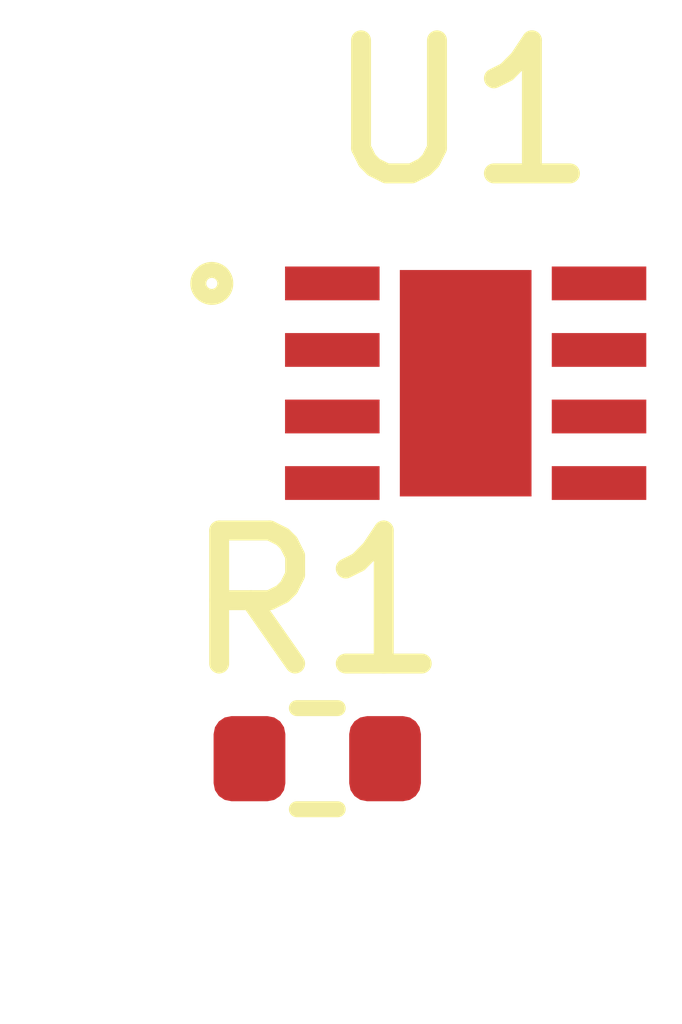
<source format=kicad_pcb>
(kicad_pcb (version 20221018) (generator pcbnew)
  (layers (0 "F.Cu" signal) (31 "B.Cu" signal) (34 "B.Paste" user) (35 "F.Paste" user) (36 "B.SilkS" user "B.Silkscreen") (37 "F.SilkS" user "F.Silkscreen") (38 "B.Mask" user) (39 "F.Mask" user) (44 "Edge.Cuts" user))
  (net 0 "")
  (net 1 "Net-(U1-IPROPI)")
  (net 2 "GND")
  (net 3 "/IN-")
  (net 4 "/IN+")
  (net 5 "+3.3VA")
  (net 6 "+5VA")
  (net 7 "/M+")
  (net 8 "/M-")
  (footprint "open-servo-controller:DRV8231ADSGR" (layer "F.Cu") (at 108.2167 67.829811)
    (fp_text reference "U1" (at -0.0254 -2.032) (layer "F.SilkS"))
    (fp_text value "DRV8231ADSGR" hide)
    (fp_circle (center -1.909826 -0.750189) (end -1.808226 -0.750189) (stroke (width 0.12)) (fill none) (layer "F.SilkS"))
    (pad "1" smd rect (at -1.0033 -0.750189) (size 0.7112 0.254) (layers "F.Cu" "F.Paste" "F.Mask") (net 1 "Net-(U1-IPROPI)"))
    (pad "2" smd rect (at -1.0033 -0.250063) (size 0.7112 0.254) (layers "F.Cu" "F.Paste" "F.Mask") (net 3 "/IN-"))
    (pad "3" smd rect (at -1.0033 0.250063) (size 0.7112 0.254) (layers "F.Cu" "F.Paste" "F.Mask") (net 4 "/IN+"))
    (pad "4" smd rect (at -1.0033 0.750189) (size 0.7112 0.254) (layers "F.Cu" "F.Paste" "F.Mask") (net 5 "+3.3VA"))
    (pad "5" smd rect (at 1.0033 0.750189) (size 0.7112 0.254) (layers "F.Cu" "F.Paste" "F.Mask") (net 6 "+5VA"))
    (pad "6" smd rect (at 1.0033 0.250063) (size 0.7112 0.254) (layers "F.Cu" "F.Paste" "F.Mask") (net 7 "/M+"))
    (pad "7" smd rect (at 1.0033 -0.250063) (size 0.7112 0.254) (layers "F.Cu" "F.Paste" "F.Mask") (net 2 "GND"))
    (pad "8" smd rect (at 1.0033 -0.750189) (size 0.7112 0.254) (layers "F.Cu" "F.Paste" "F.Mask") (net 8 "/M-"))
    (pad "9" smd rect (at 0 0) (size 0.9906 1.7018) (layers "F.Cu" "F.Paste" "F.Mask") (net 2 "GND"))
  )
  (footprint "Resistor_SMD:R_0402_1005Metric" (layer "F.Cu") (at 107.100274 70.651711)
    (fp_text reference "R1" (at 0 -1.17) (layer "F.SilkS"))
    (fp_text value "2.2KΩ")
    (fp_line (start -0.153641 -0.38) (end 0.153641 -0.38) (stroke (width 0.12)) (layer "F.SilkS"))
    (fp_line (start -0.153641 0.38) (end 0.153641 0.38) (stroke (width 0.12)) (layer "F.SilkS"))
    (pad "1" smd roundrect (at -0.51 0) (size 0.54 0.64) (layers "F.Cu" "F.Paste" "F.Mask") (net 1 "Net-(U1-IPROPI)"))
    (pad "2" smd roundrect (at 0.51 0) (size 0.54 0.64) (layers "F.Cu" "F.Paste" "F.Mask") (net 2 "GND"))
  )
)
</source>
